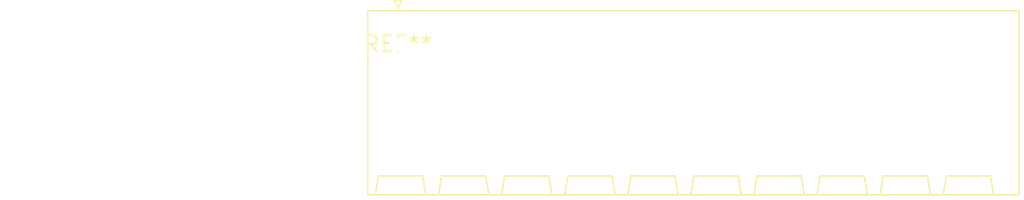
<source format=kicad_pcb>
(kicad_pcb (version 20240108) (generator pcbnew)
  (layers (0 "F.Cu" signal) (31 "B.Cu" signal) (34 "B.Paste" user) (35 "F.Paste" user) (36 "B.SilkS" user "B.Silkscreen") (37 "F.SilkS" user "F.Silkscreen") (38 "B.Mask" user) (39 "F.Mask" user) (44 "Edge.Cuts" user))
  (net 0 "")
  (footprint "PhoenixContact_SPT_2.5_10-H-5.0-EX_1x10_P5.0mm_Horizontal" (layer "F.Cu") (at 0 0)
    (property "Reference" "REF**")
    (property "Value" "PhoenixContact_SPT_2.5_10-H-5.0-EX_1x10_P5.0mm_Horizontal")
    (fp_line (start -2.41 -2.64) (end 49.21 -2.64) (layer "F.SilkS") (stroke (width 0.12)))
    (fp_line (start -2.41 11.98) (end -2.41 -2.64) (layer "F.SilkS") (stroke (width 0.12)))
    (fp_line (start -1.8 11.98) (end -1.55 10.48) (layer "F.SilkS") (stroke (width 0.12)))
    (fp_line (start -1.55 10.48) (end 1.95 10.48) (layer "F.SilkS") (stroke (width 0.12)))
    (fp_line (start -0.3 -3.44) (end 0 -2.84) (layer "F.SilkS") (stroke (width 0.12)))
    (fp_line (start -0.3 -3.44) (end 0.3 -3.44) (layer "F.SilkS") (stroke (width 0.12)))
    (fp_line (start 0.3 -3.44) (end 0 -2.84) (layer "F.SilkS") (stroke (width 0.12)))
    (fp_line (start 2.2 11.98) (end 1.95 10.48) (layer "F.SilkS") (stroke (width 0.12)))
    (fp_line (start 3.2 11.98) (end 3.45 10.48) (layer "F.SilkS") (stroke (width 0.12)))
    (fp_line (start 3.45 10.48) (end 6.95 10.48) (layer "F.SilkS") (stroke (width 0.12)))
    (fp_line (start 7.2 11.98) (end 6.95 10.48) (layer "F.SilkS") (stroke (width 0.12)))
    (fp_line (start 8.2 11.98) (end 8.45 10.48) (layer "F.SilkS") (stroke (width 0.12)))
    (fp_line (start 8.45 10.48) (end 11.95 10.48) (layer "F.SilkS") (stroke (width 0.12)))
    (fp_line (start 12.2 11.98) (end 11.95 10.48) (layer "F.SilkS") (stroke (width 0.12)))
    (fp_line (start 13.2 11.98) (end 13.45 10.48) (layer "F.SilkS") (stroke (width 0.12)))
    (fp_line (start 13.45 10.48) (end 16.95 10.48) (layer "F.SilkS") (stroke (width 0.12)))
    (fp_line (start 17.2 11.98) (end 16.95 10.48) (layer "F.SilkS") (stroke (width 0.12)))
    (fp_line (start 18.2 11.98) (end 18.45 10.48) (layer "F.SilkS") (stroke (width 0.12)))
    (fp_line (start 18.45 10.48) (end 21.95 10.48) (layer "F.SilkS") (stroke (width 0.12)))
    (fp_line (start 22.2 11.98) (end 21.95 10.48) (layer "F.SilkS") (stroke (width 0.12)))
    (fp_line (start 23.2 11.98) (end 23.45 10.48) (layer "F.SilkS") (stroke (width 0.12)))
    (fp_line (start 23.45 10.48) (end 26.95 10.48) (layer "F.SilkS") (stroke (width 0.12)))
    (fp_line (start 27.2 11.98) (end 26.95 10.48) (layer "F.SilkS") (stroke (width 0.12)))
    (fp_line (start 28.2 11.98) (end 28.45 10.48) (layer "F.SilkS") (stroke (width 0.12)))
    (fp_line (start 28.45 10.48) (end 31.95 10.48) (layer "F.SilkS") (stroke (width 0.12)))
    (fp_line (start 32.2 11.98) (end 31.95 10.48) (layer "F.SilkS") (stroke (width 0.12)))
    (fp_line (start 33.2 11.98) (end 33.45 10.48) (layer "F.SilkS") (stroke (width 0.12)))
    (fp_line (start 33.45 10.48) (end 36.95 10.48) (layer "F.SilkS") (stroke (width 0.12)))
    (fp_line (start 37.2 11.98) (end 36.95 10.48) (layer "F.SilkS") (stroke (width 0.12)))
    (fp_line (start 38.2 11.98) (end 38.45 10.48) (layer "F.SilkS") (stroke (width 0.12)))
    (fp_line (start 38.45 10.48) (end 41.95 10.48) (layer "F.SilkS") (stroke (width 0.12)))
    (fp_line (start 42.2 11.98) (end 41.95 10.48) (layer "F.SilkS") (stroke (width 0.12)))
    (fp_line (start 43.2 11.98) (end 43.45 10.48) (layer "F.SilkS") (stroke (width 0.12)))
    (fp_line (start 43.45 10.48) (end 46.95 10.48) (layer "F.SilkS") (stroke (width 0.12)))
    (fp_line (start 47.2 11.98) (end 46.95 10.48) (layer "F.SilkS") (stroke (width 0.12)))
    (fp_line (start 49.21 -2.64) (end 49.21 11.98) (layer "F.SilkS") (stroke (width 0.12)))
    (fp_line (start 49.21 11.98) (end -2.41 11.98) (layer "F.SilkS") (stroke (width 0.12)))
    (pad "1" thru_hole roundrect (at 0 0) (size 1.8 3.3) (drill 1.1) (layers *.Cu *.Mask) (remove_unused_layers) (roundrect_rratio 0.138889))
    (pad "1" thru_hole roundrect (at 0 8.2) (size 1.8 3.3) (drill 1.1) (layers *.Cu *.Mask) (remove_unused_layers) (roundrect_rratio 0.138889))
    (pad "2" thru_hole oval (at 5 0) (size 1.8 3.3) (drill 1.1) (layers *.Cu *.Mask) (remove_unused_layers))
    (pad "2" thru_hole oval (at 5 8.2) (size 1.8 3.3) (drill 1.1) (layers *.Cu *.Mask) (remove_unused_layers))
    (pad "3" thru_hole oval (at 10 0) (size 1.8 3.3) (drill 1.1) (layers *.Cu *.Mask) (remove_unused_layers))
    (pad "3" thru_hole oval (at 10 8.2) (size 1.8 3.3) (drill 1.1) (layers *.Cu *.Mask) (remove_unused_layers))
    (pad "4" thru_hole oval (at 15 0) (size 1.8 3.3) (drill 1.1) (layers *.Cu *.Mask) (remove_unused_layers))
    (pad "4" thru_hole oval (at 15 8.2) (size 1.8 3.3) (drill 1.1) (layers *.Cu *.Mask) (remove_unused_layers))
    (pad "5" thru_hole oval (at 20 0) (size 1.8 3.3) (drill 1.1) (layers *.Cu *.Mask) (remove_unused_layers))
    (pad "5" thru_hole oval (at 20 8.2) (size 1.8 3.3) (drill 1.1) (layers *.Cu *.Mask) (remove_unused_layers))
    (pad "6" thru_hole oval (at 25 0) (size 1.8 3.3) (drill 1.1) (layers *.Cu *.Mask) (remove_unused_layers))
    (pad "6" thru_hole oval (at 25 8.2) (size 1.8 3.3) (drill 1.1) (layers *.Cu *.Mask) (remove_unused_layers))
    (pad "7" thru_hole oval (at 30 0) (size 1.8 3.3) (drill 1.1) (layers *.Cu *.Mask) (remove_unused_layers))
    (pad "7" thru_hole oval (at 30 8.2) (size 1.8 3.3) (drill 1.1) (layers *.Cu *.Mask) (remove_unused_layers))
    (pad "8" thru_hole oval (at 35 0) (size 1.8 3.3) (drill 1.1) (layers *.Cu *.Mask) (remove_unused_layers))
    (pad "8" thru_hole oval (at 35 8.2) (size 1.8 3.3) (drill 1.1) (layers *.Cu *.Mask) (remove_unused_layers))
    (pad "9" thru_hole oval (at 40 0) (size 1.8 3.3) (drill 1.1) (layers *.Cu *.Mask) (remove_unused_layers))
    (pad "9" thru_hole oval (at 40 8.2) (size 1.8 3.3) (drill 1.1) (layers *.Cu *.Mask) (remove_unused_layers))
    (pad "10" thru_hole oval (at 45 0) (size 1.8 3.3) (drill 1.1) (layers *.Cu *.Mask) (remove_unused_layers))
    (pad "10" thru_hole oval (at 45 8.2) (size 1.8 3.3) (drill 1.1) (layers *.Cu *.Mask) (remove_unused_layers))
  )
)
</source>
